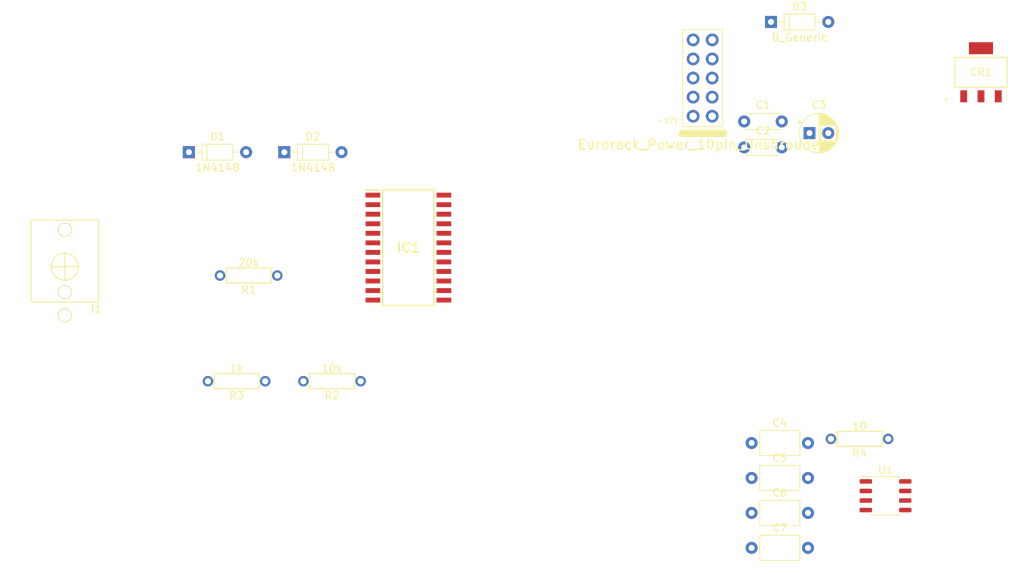
<source format=kicad_pcb>
(kicad_pcb (version 20221018) (generator pcbnew)
  (layers (0 "F.Cu" signal) (31 "B.Cu" signal) (34 "B.Paste" user) (35 "F.Paste" user) (36 "B.SilkS" user "B.Silkscreen") (37 "F.SilkS" user "F.Silkscreen") (38 "B.Mask" user) (39 "F.Mask" user) (44 "Edge.Cuts" user))
  (net 0 "")
  (net 1 "Net-(D1-K)")
  (net 2 "Net-(D2-A)")
  (net 3 "3v3")
  (net 4 "/Mux/Common I{slash}O")
  (net 5 "/Mux/i7")
  (net 6 "/Mux/i6")
  (net 7 "/Mux/i5")
  (net 8 "/Mux/i4")
  (net 9 "/Mux/i3")
  (net 10 "/Mux/i2")
  (net 11 "/Mux/i1")
  (net 12 "/Mux/i0")
  (net 13 "/Mux/S0")
  (net 14 "/Mux/S1")
  (net 15 "GND")
  (net 16 "/Mux/S3")
  (net 17 "/Mux/S2")
  (net 18 "/Mux/i15")
  (net 19 "/Mux/i14")
  (net 20 "/Mux/i13")
  (net 21 "/Mux/i12")
  (net 22 "/Mux/i11")
  (net 23 "/Mux/i10")
  (net 24 "/Mux/i9")
  (net 25 "/Mux/i8")
  (net 26 "/CV Input/CV values to Teensy")
  (net 27 "Net-(D1-A)")
  (net 28 "+12V")
  (net 29 "+5V")
  (net 30 "Net-(D3-A)")
  (net 31 "+3.3V")
  (net 32 "-12V")
  (net 38 "Net-(U1-VDD)")
  (net 39 "Net-(U1-RCH)")
  (net 40 "/PT8211 Audio DAC for Teensy/Right Audio")
  (net 41 "Net-(U1-LCH)")
  (net 42 "/PT8211 Audio DAC for Teensy/Left Audio")
  (net 43 "/PT8211 Audio DAC for Teensy/BLCK (pin 21)")
  (net 44 "/PT8211 Audio DAC for Teensy/WS (Pin 20)")
  (net 45 "/PT8211 Audio DAC for Teensy/DIN (Pin 7)")
  (footprint "PCM_4ms_Diode:D_DO-35_P7.62mm_Horizontal" (layer "F.Cu") (at 91.44 50.8)
    (fp_text reference "D2" (at 0 -2.06) (layer "F.SilkS") (effects (font (size 1.016 1.016) (thickness 0.1524))))
    (fp_text value "1N4148" (at 0 2.06) (layer "F.SilkS") (effects (font (size 1.016 1.016) (thickness 0.1524))))
    (fp_line (start -2.83 0) (end -2.06 0) (stroke (width 0.12)) (layer "F.SilkS"))
    (fp_line (start -2.06 -1.06) (end -2.06 1.06) (stroke (width 0.12)) (layer "F.SilkS"))
    (fp_line (start -2.06 1.06) (end 2.06 1.06) (stroke (width 0.12)) (layer "F.SilkS"))
    (fp_line (start -1.4 -1.06) (end -1.4 1.06) (stroke (width 0.12)) (layer "F.SilkS"))
    (fp_line (start 2.06 -1.06) (end -2.06 -1.06) (stroke (width 0.12)) (layer "F.SilkS"))
    (fp_line (start 2.06 1.06) (end 2.06 -1.06) (stroke (width 0.12)) (layer "F.SilkS"))
    (fp_line (start 2.83 0) (end 2.06 0) (stroke (width 0.12)) (layer "F.SilkS"))
    (pad "1" thru_hole rect (at -3.81 0) (size 1.6 1.6) (drill 0.8) (layers "*.Cu" "*.Mask") (net 3 "3v3"))
    (pad "2" thru_hole oval (at 3.81 0) (size 1.6 1.6) (drill 0.8) (layers "*.Cu" "*.Mask") (net 2 "Net-(D2-A)"))
  )
  (footprint "Capacitor_THT:C_Disc_D4.3mm_W1.9mm_P5.00mm" (layer "F.Cu") (at 148.830225 46.71)
    (fp_text reference "C1" (at 2.5 -2.2) (layer "F.SilkS"))
    (fp_text value "10uF")
    (fp_line (start 0.23 -1.07) (end 0.23 -1.055) (stroke (width 0.12)) (layer "F.SilkS"))
    (fp_line (start 0.23 -1.07) (end 4.77 -1.07) (stroke (width 0.12)) (layer "F.SilkS"))
    (fp_line (start 0.23 1.055) (end 0.23 1.07) (stroke (width 0.12)) (layer "F.SilkS"))
    (fp_line (start 0.23 1.07) (end 4.77 1.07) (stroke (width 0.12)) (layer "F.SilkS"))
    (fp_line (start 4.77 -1.07) (end 4.77 -1.055) (stroke (width 0.12)) (layer "F.SilkS"))
    (fp_line (start 4.77 1.055) (end 4.77 1.07) (stroke (width 0.12)) (layer "F.SilkS"))
    (pad "1" thru_hole circle (at 0 0) (size 1.6 1.6) (drill 0.8) (layers "*.Cu" "*.Mask") (net 28 "+12V"))
    (pad "2" thru_hole circle (at 5 0) (size 1.6 1.6) (drill 0.8) (layers "*.Cu" "*.Mask") (net 15 "GND"))
  )
  (footprint "Package_SO:SOP-8_3.9x4.9mm_P1.27mm" (layer "F.Cu") (at 167.64 96.52)
    (fp_text reference "U1" (at 0 -3.4) (layer "F.SilkS"))
    (fp_text value "PT8211")
    (fp_line (start 0 -2.56) (end -3.45 -2.56) (stroke (width 0.12)) (layer "F.SilkS"))
    (fp_line (start 0 -2.56) (end 1.95 -2.56) (stroke (width 0.12)) (layer "F.SilkS"))
    (fp_line (start 0 2.56) (end -1.95 2.56) (stroke (width 0.12)) (layer "F.SilkS"))
    (fp_line (start 0 2.56) (end 1.95 2.56) (stroke (width 0.12)) (layer "F.SilkS"))
    (pad "1" smd roundrect (at -2.625 -1.905) (size 1.65 0.6) (layers "F.Cu" "F.Paste" "F.Mask") (net 43 "/PT8211 Audio DAC for Teensy/BLCK (pin 21)"))
    (pad "2" smd roundrect (at -2.625 -0.635) (size 1.65 0.6) (layers "F.Cu" "F.Paste" "F.Mask") (net 44 "/PT8211 Audio DAC for Teensy/WS (Pin 20)"))
    (pad "3" smd roundrect (at -2.625 0.635) (size 1.65 0.6) (layers "F.Cu" "F.Paste" "F.Mask") (net 45 "/PT8211 Audio DAC for Teensy/DIN (Pin 7)"))
    (pad "4" smd roundrect (at -2.625 1.905) (size 1.65 0.6) (layers "F.Cu" "F.Paste" "F.Mask") (net 15 "GND"))
    (pad "5" smd roundrect (at 2.625 1.905) (size 1.65 0.6) (layers "F.Cu" "F.Paste" "F.Mask") (net 38 "Net-(U1-VDD)"))
    (pad "6" smd roundrect (at 2.625 0.635) (size 1.65 0.6) (layers "F.Cu" "F.Paste" "F.Mask") (net 41 "Net-(U1-LCH)"))
    (pad "7" smd roundrect (at 2.625 -0.635) (size 1.65 0.6) (layers "F.Cu" "F.Paste" "F.Mask"))
    (pad "8" smd roundrect (at 2.625 -1.905) (size 1.65 0.6) (layers "F.Cu" "F.Paste" "F.Mask") (net 39 "Net-(U1-RCH)"))
  )
  (footprint "PCM_4ms_Resistor:R_Axial_DIN0207_L6.3mm_D2.5mm_P7.62mm_Horizontal" (layer "F.Cu") (at 82.885 67.215)
    (fp_text reference "R1" (at 0 1.89) (layer "F.SilkS") (effects (font (size 1.016 1.016) (thickness 0.1524))))
    (fp_text value "20k" (at 0 -1.71) (layer "F.SilkS") (effects (font (size 1.016 1.016) (thickness 0.1524))))
    (fp_line (start -3 -1) (end -3 1) (stroke (width 0.15)) (layer "F.SilkS"))
    (fp_line (start -3 1) (end 3 1) (stroke (width 0.15)) (layer "F.SilkS"))
    (fp_line (start 3 -1) (end -3 -1) (stroke (width 0.15)) (layer "F.SilkS"))
    (fp_line (start 3 1) (end 3 -1) (stroke (width 0.15)) (layer "F.SilkS"))
    (pad "1" thru_hole circle (at -3.81 0) (size 1.397 1.397) (drill 0.8128) (layers "*.Cu" "*.Mask") (net 1 "Net-(D1-K)"))
    (pad "2" thru_hole circle (at 3.81 0) (size 1.397 1.397) (drill 0.8128) (layers "*.Cu" "*.Mask") (net 2 "Net-(D2-A)"))
  )
  (footprint "Capacitor_THT:C_Axial_L5.1mm_D3.1mm_P7.50mm_Horizontal" (layer "F.Cu") (at 149.82 98.805)
    (fp_text reference "C6" (at 3.75 -2.67) (layer "F.SilkS"))
    (fp_text value "47uF")
    (fp_line (start 1.04 0) (end 1.08 0) (stroke (width 0.12)) (layer "F.SilkS"))
    (fp_line (start 1.08 -1.67) (end 1.08 1.67) (stroke (width 0.12)) (layer "F.SilkS"))
    (fp_line (start 1.08 1.67) (end 6.42 1.67) (stroke (width 0.12)) (layer "F.SilkS"))
    (fp_line (start 6.42 -1.67) (end 1.08 -1.67) (stroke (width 0.12)) (layer "F.SilkS"))
    (fp_line (start 6.42 1.67) (end 6.42 -1.67) (stroke (width 0.12)) (layer "F.SilkS"))
    (fp_line (start 6.46 0) (end 6.42 0) (stroke (width 0.12)) (layer "F.SilkS"))
    (pad "1" thru_hole circle (at 0 0) (size 1.6 1.6) (drill 0.8) (layers "*.Cu" "*.Mask") (net 39 "Net-(U1-RCH)"))
    (pad "2" thru_hole oval (at 7.5 0) (size 1.6 1.6) (drill 0.8) (layers "*.Cu" "*.Mask") (net 40 "/PT8211 Audio DAC for Teensy/Right Audio"))
  )
  (footprint "Capacitor_THT:C_Axial_L5.1mm_D3.1mm_P7.50mm_Horizontal" (layer "F.Cu") (at 149.82 89.505)
    (fp_text reference "C4" (at 3.75 -2.67) (layer "F.SilkS"))
    (fp_text value "47uF")
    (fp_line (start 1.04 0) (end 1.08 0) (stroke (width 0.12)) (layer "F.SilkS"))
    (fp_line (start 1.08 -1.67) (end 1.08 1.67) (stroke (width 0.12)) (layer "F.SilkS"))
    (fp_line (start 1.08 1.67) (end 6.42 1.67) (stroke (width 0.12)) (layer "F.SilkS"))
    (fp_line (start 6.42 -1.67) (end 1.08 -1.67) (stroke (width 0.12)) (layer "F.SilkS"))
    (fp_line (start 6.42 1.67) (end 6.42 -1.67) (stroke (width 0.12)) (layer "F.SilkS"))
    (fp_line (start 6.46 0) (end 6.42 0) (stroke (width 0.12)) (layer "F.SilkS"))
    (pad "1" thru_hole circle (at 0 0) (size 1.6 1.6) (drill 0.8) (layers "*.Cu" "*.Mask") (net 38 "Net-(U1-VDD)"))
    (pad "2" thru_hole oval (at 7.5 0) (size 1.6 1.6) (drill 0.8) (layers "*.Cu" "*.Mask") (net 15 "GND"))
  )
  (footprint "PCM_4ms_Diode:D_DO-35_P7.62mm_Horizontal" (layer "F.Cu") (at 156.21 33.47)
    (fp_text reference "D3" (at 0 -2.06) (layer "F.SilkS") (effects (font (size 1.016 1.016) (thickness 0.1524))))
    (fp_text value "D_Generic" (at 0 2.06) (layer "F.SilkS") (effects (font (size 1.016 1.016) (thickness 0.1524))))
    (fp_line (start -2.83 0) (end -2.06 0) (stroke (width 0.12)) (layer "F.SilkS"))
    (fp_line (start -2.06 -1.06) (end -2.06 1.06) (stroke (width 0.12)) (layer "F.SilkS"))
    (fp_line (start -2.06 1.06) (end 2.06 1.06) (stroke (width 0.12)) (layer "F.SilkS"))
    (fp_line (start -1.4 -1.06) (end -1.4 1.06) (stroke (width 0.12)) (layer "F.SilkS"))
    (fp_line (start 2.06 -1.06) (end -2.06 -1.06) (stroke (width 0.12)) (layer "F.SilkS"))
    (fp_line (start 2.06 1.06) (end 2.06 -1.06) (stroke (width 0.12)) (layer "F.SilkS"))
    (fp_line (start 2.83 0) (end 2.06 0) (stroke (width 0.12)) (layer "F.SilkS"))
    (pad "1" thru_hole rect (at -3.81 0) (size 1.6 1.6) (drill 0.8) (layers "*.Cu" "*.Mask") (net 28 "+12V"))
    (pad "2" thru_hole oval (at 3.81 0) (size 1.6 1.6) (drill 0.8) (layers "*.Cu" "*.Mask") (net 30 "Net-(D3-A)"))
  )
  (footprint "PCM_4ms_Resistor:R_Axial_DIN0207_L6.3mm_D2.5mm_P7.62mm_Horizontal" (layer "F.Cu") (at 164.18 88.955)
    (fp_text reference "R4" (at 0 1.89) (layer "F.SilkS") (effects (font (size 1.016 1.016) (thickness 0.1524))))
    (fp_text value "10" (at 0 -1.71) (layer "F.SilkS") (effects (font (size 1.016 1.016) (thickness 0.1524))))
    (fp_line (start -3 -1) (end -3 1) (stroke (width 0.15)) (layer "F.SilkS"))
    (fp_line (start -3 1) (end 3 1) (stroke (width 0.15)) (layer "F.SilkS"))
    (fp_line (start 3 -1) (end -3 -1) (stroke (width 0.15)) (layer "F.SilkS"))
    (fp_line (start 3 1) (end 3 -1) (stroke (width 0.15)) (layer "F.SilkS"))
    (pad "1" thru_hole circle (at -3.81 0) (size 1.397 1.397) (drill 0.8128) (layers "*.Cu" "*.Mask") (net 31 "+3.3V"))
    (pad "2" thru_hole circle (at 3.81 0) (size 1.397 1.397) (drill 0.8128) (layers "*.Cu" "*.Mask") (net 38 "Net-(U1-VDD)"))
  )
  (footprint "PCM_4ms_Resistor:R_Axial_DIN0207_L6.3mm_D2.5mm_P7.62mm_Horizontal" (layer "F.Cu") (at 93.98 81.28)
    (fp_text reference "R2" (at 0 1.89) (layer "F.SilkS") (effects (font (size 1.016 1.016) (thickness 0.1524))))
    (fp_text value "10k" (at 0 -1.71) (layer "F.SilkS") (effects (font (size 1.016 1.016) (thickness 0.1524))))
    (fp_line (start -3 -1) (end -3 1) (stroke (width 0.15)) (layer "F.SilkS"))
    (fp_line (start -3 1) (end 3 1) (stroke (width 0.15)) (layer "F.SilkS"))
    (fp_line (start 3 -1) (end -3 -1) (stroke (width 0.15)) (layer "F.SilkS"))
    (fp_line (start 3 1) (end 3 -1) (stroke (width 0.15)) (layer "F.SilkS"))
    (pad "1" thru_hole circle (at -3.81 0) (size 1.397 1.397) (drill 0.8128) (layers "*.Cu" "*.Mask") (net 15 "GND"))
    (pad "2" thru_hole circle (at 3.81 0) (size 1.397 1.397) (drill 0.8128) (layers "*.Cu" "*.Mask") (net 2 "Net-(D2-A)"))
  )
  (footprint "Capacitor_THT:C_Disc_D4.3mm_W1.9mm_P5.00mm" (layer "F.Cu") (at 148.830225 50.16)
    (fp_text reference "C2" (at 2.5 -2.2) (layer "F.SilkS"))
    (fp_text value "10uF")
    (fp_line (start 0.23 -1.07) (end 0.23 -1.055) (stroke (width 0.12)) (layer "F.SilkS"))
    (fp_line (start 0.23 -1.07) (end 4.77 -1.07) (stroke (width 0.12)) (layer "F.SilkS"))
    (fp_line (start 0.23 1.055) (end 0.23 1.07) (stroke (width 0.12)) (layer "F.SilkS"))
    (fp_line (start 0.23 1.07) (end 4.77 1.07) (stroke (width 0.12)) (layer "F.SilkS"))
    (fp_line (start 4.77 -1.07) (end 4.77 -1.055) (stroke (width 0.12)) (layer "F.SilkS"))
    (fp_line (start 4.77 1.055) (end 4.77 1.07) (stroke (width 0.12)) (layer "F.SilkS"))
    (pad "1" thru_hole circle (at 0 0) (size 1.6 1.6) (drill 0.8) (layers "*.Cu" "*.Mask") (net 29 "+5V"))
    (pad "2" thru_hole circle (at 5 0) (size 1.6 1.6) (drill 0.8) (layers "*.Cu" "*.Mask") (net 15 "GND"))
  )
  (footprint "PCM_4ms_Resistor:R_Axial_DIN0207_L6.3mm_D2.5mm_P7.62mm_Horizontal" (layer "F.Cu") (at 81.28 81.28)
    (fp_text reference "R3" (at 0 1.89) (layer "F.SilkS") (effects (font (size 1.016 1.016) (thickness 0.1524))))
    (fp_text value "1k" (at 0 -1.71) (layer "F.SilkS") (effects (font (size 1.016 1.016) (thickness 0.1524))))
    (fp_line (start -3 -1) (end -3 1) (stroke (width 0.15)) (layer "F.SilkS"))
    (fp_line (start -3 1) (end 3 1) (stroke (width 0.15)) (layer "F.SilkS"))
    (fp_line (start 3 -1) (end -3 -1) (stroke (width 0.15)) (layer "F.SilkS"))
    (fp_line (start 3 1) (end 3 -1) (stroke (width 0.15)) (layer "F.SilkS"))
    (pad "1" thru_hole circle (at -3.81 0) (size 1.397 1.397) (drill 0.8128) (layers "*.Cu" "*.Mask") (net 2 "Net-(D2-A)"))
    (pad "2" thru_hole circle (at 3.81 0) (size 1.397 1.397) (drill 0.8128) (layers "*.Cu" "*.Mask") (net 26 "/CV Input/CV values to Teensy"))
  )
  (footprint "PCM_4ms_Connector:Pins_2x05_2.54mm_TH_Europower" (layer "F.Cu") (at 143.305225 40.935)
    (fp_text reference "J2" hide)
    (fp_text value "Eurorack_Power_10pin_Unshrouded" (at 0 8.85) (layer "F.SilkS") (effects (font (size 1.27 1.27) (thickness 0.2032))))
    (fp_text user "-12V" (at -4.648 5.67) (layer "F.SilkS") (effects (font (size 0.7 0.7) (thickness 0.1))))
    (fp_line (start -2.75 7.35) (end 2.79 7.35) (stroke (width 1)) (layer "F.SilkS"))
    (fp_line (start -2.66 -6.47) (end -2.66 6.47) (stroke (width 0.12)) (layer "F.SilkS"))
    (fp_line (start -2.66 6.47) (end 2.66 6.47) (stroke (width 0.12)) (layer "F.SilkS"))
    (fp_line (start 2.66 -6.47) (end -2.66 -6.47) (stroke (width 0.12)) (layer "F.SilkS"))
    (fp_line (start 2.66 6.47) (end 2.66 -6.47) (stroke (width 0.12)) (layer "F.SilkS"))
    (pad "1" thru_hole oval (at -1.27 -5.08) (size 1.7 1.7) (drill 1) (layers "*.Cu" "*.Mask"))
    (pad "2" thru_hole oval (at 1.27 -5.08) (size 1.7 1.7) (drill 1) (layers "*.Cu" "*.Mask") (net 30 "Net-(D3-A)"))
    (pad "3" thru_hole oval (at -1.27 -2.54) (size 1.7 1.7) (drill 1) (layers "*.Cu" "*.Mask") (net 15 "GND"))
    (pad "4" thru_hole oval (at 1.27 -2.54) (size 1.7 1.7) (drill 1) (layers "*.Cu" "*.Mask"))
    (pad "5" thru_hole oval (at -1.27 0) (size 1.7 1.7) (drill 1) (layers "*.Cu" "*.Mask") (net 15 "GND"))
    (pad "6" thru_hole oval (at 1.27 0) (size 1.7 1.7) (drill 1) (layers "*.Cu" "*.Mask"))
    (pad "7" thru_hole oval (at -1.27 2.54) (size 1.7 1.7) (drill 1) (layers "*.Cu" "*.Mask") (net 15 "GND"))
    (pad "8" thru_hole oval (at 1.27 2.54) (size 1.7 1.7) (drill 1) (layers "*.Cu" "*.Mask"))
    (pad "9" thru_hole oval (at -1.27 5.08) (size 1.7 1.7) (drill 1) (layers "*.Cu" "*.Mask"))
    (pad "10" thru_hole oval (at 1.27 5.08) (size 1.7 1.7) (drill 1) (layers "*.Cu" "*.Mask") (net 32 "-12V"))
  )
  (footprint "Capacitor_THT:C_Axial_L5.1mm_D3.1mm_P7.50mm_Horizontal" (layer "F.Cu") (at 149.82 103.455)
    (fp_text reference "C7" (at 3.75 -2.67) (layer "F.SilkS"))
    (fp_text value "47uF")
    (fp_line (start 1.04 0) (end 1.08 0) (stroke (width 0.12)) (layer "F.SilkS"))
    (fp_line (start 1.08 -1.67) (end 1.08 1.67) (stroke (width 0.12)) (layer "F.SilkS"))
    (fp_line (start 1.08 1.67) (end 6.42 1.67) (stroke (width 0.12)) (layer "F.SilkS"))
    (fp_line (start 6.42 -1.67) (end 1.08 -1.67) (stroke (width 0.12)) (layer "F.SilkS"))
    (fp_line (start 6.42 1.67) (end 6.42 -1.67) (stroke (width 0.12)) (layer "F.SilkS"))
    (fp_line (start 6.46 0) (end 6.42 0) (stroke (width 0.12)) (layer "F.SilkS"))
    (pad "1" thru_hole circle (at 0 0) (size 1.6 1.6) (drill 0.8) (layers "*.Cu" "*.Mask") (net 41 "Net-(U1-LCH)"))
    (pad "2" thru_hole oval (at 7.5 0) (size 1.6 1.6) (drill 0.8) (layers "*.Cu" "*.Mask") (net 42 "/PT8211 Audio DAC for Teensy/Left Audio"))
  )
  (footprint "CD74HCT4067M MUX:SOIC127P1030X265-24N" (layer "F.Cu") (at 104.14 63.5)
    (fp_text reference "IC1" (at 0 0) (layer "F.SilkS") (effects (font (size 1.27 1.27) (thickness 0.254))))
    (fp_text value "CD74HCT4067M" hide)
    (fp_line (start -5.7 -7.66) (end -3.75 -7.66) (stroke (width 0.2)) (layer "F.SilkS"))
    (fp_line (start -3.4 -7.7) (end 3.4 -7.7) (stroke (width 0.2)) (layer "F.SilkS"))
    (fp_line (start -3.4 7.7) (end -3.4 -7.7) (stroke (width 0.2)) (layer "F.SilkS"))
    (fp_line (start 3.4 -7.7) (end 3.4 7.7) (stroke (width 0.2)) (layer "F.SilkS"))
    (fp_line (start 3.4 7.7) (end -3.4 7.7) (stroke (width 0.2)) (layer "F.SilkS"))
    (pad "1" smd rect (at -4.725 -6.985 90) (size 0.65 1.95) (layers "F.Cu" "F.Paste" "F.Mask") (net 4 "/Mux/Common I{slash}O"))
    (pad "2" smd rect (at -4.725 -5.715 90) (size 0.65 1.95) (layers "F.Cu" "F.Paste" "F.Mask") (net 5 "/Mux/i7"))
    (pad "3" smd rect (at -4.725 -4.445 90) (size 0.65 1.95) (layers "F.Cu" "F.Paste" "F.Mask") (net 6 "/Mux/i6"))
    (pad "4" smd rect (at -4.725 -3.175 90) (size 0.65 1.95) (layers "F.Cu" "F.Paste" "F.Mask") (net 7 "/Mux/i5"))
    (pad "5" smd rect (at -4.725 -1.905 90) (size 0.65 1.95) (layers "F.Cu" "F.Paste" "F.Mask") (net 8 "/Mux/i4"))
    (pad "6" smd rect (at -4.725 -0.635 90) (size 0.65 1.95) (layers "F.Cu" "F.Paste" "F.Mask") (net 9 "/Mux/i3"))
    (pad "7" smd rect (at -4.725 0.635 90) (size 0.65 1.95) (layers "F.Cu" "F.Paste" "F.Mask") (net 10 "/Mux/i2"))
    (pad "8" smd rect (at -4.725 1.905 90) (size 0.65 1.95) (layers "F.Cu" "F.Paste" "F.Mask") (net 11 "/Mux/i1"))
    (pad "9" smd rect (at -4.725 3.175 90) (size 0.65 1.95) (layers "F.Cu" "F.Paste" "F.Mask") (net 12 "/Mux/i0"))
    (pad "10" smd rect (at -4.725 4.445 90) (size 0.65 1.95) (layers "F.Cu" "F.Paste" "F.Mask") (net 13 "/Mux/S0"))
    (pad "11" smd rect (at -4.725 5.715 90) (size 0.65 1.95) (layers "F.Cu" "F.Paste" "F.Mask") (net 14 "/Mux/S1"))
    (pad "12" smd rect (at -4.725 6.985 90) (size 0.65 1.95) (layers "F.Cu" "F.Paste" "F.Mask") (net 15 "GND"))
    (pad "13" smd rect (at 4.725 6.985 90) (size 0.65 1.95) (layers "F.Cu" "F.Paste" "F.Mask") (net 16 "/Mux/S3"))
    (pad "14" smd rect (at 4.725 5.715 90) (size 0.65 1.95) (layers "F.Cu" "F.Paste" "F.Mask") (net 17 "/Mux/S2"))
    (pad "15" smd rect (at 4.725 4.445 90) (size 0.65 1.95) (layers "F.Cu" "F.Paste" "F.Mask") (net 15 "GND"))
    (pad "16" smd rect (at 4.725 3.175 90) (size 0.65 1.95) (layers "F.Cu" "F.Paste" "F.Mask") (net 18 "/Mux/i15"))
    (pad "17" smd rect (at 4.725 1.905 90) (size 0.65 1.95) (layers "F.Cu" "F.Paste" "F.Mask") (net 19 "/Mux/i14"))
    (pad "18" smd rect (at 4.725 0.635 90) (size 0.65 1.95) (layers "F.Cu" "F.Paste" "F.Mask") (net 20 "/Mux/i13"))
    (pad "19" smd rect (at 4.725 -0.635 90) (size 0.65 1.95) (layers "F.Cu" "F.Paste" "F.Mask") (net 21 "/Mux/i12"))
    (pad "20" smd rect (at 4.725 -1.905 90) (size 0.65 1.95) (layers "F.Cu" "F.Paste" "F.Mask") (net 22 "/Mux/i11"))
    (pad "21" smd rect (at 4.725 -3.175 90) (size 0.65 1.95) (layers "F.Cu" "F.Paste" "F.Mask") (net 23 "/Mux/i10"))
    (pad "22" smd rect (at 4.725 -4.445 90) (size 0.65 1.95) (layers "F.Cu" "F.Paste" "F.Mask") (net 24 "/Mux/i9"))
    (pad "23" smd rect (at 4.725 -5.715 90) (size 0.65 1.95) (layers "F.Cu" "F.Paste" "F.Mask") (net 25 "/Mux/i8"))
    (pad "24" smd rect (at 4.725 -6.985 90) (size 0.65 1.95) (layers "F.Cu" "F.Paste" "F.Mask") (net 31 "+3.3V"))
  )
  (footprint "Capacitor_THT:CP_Radial_D5.0mm_P2.50mm" (layer "F.Cu") (at 157.52 48.26)
    (fp_text reference "C3" (at 1.25 -3.75) (layer "F.SilkS"))
    (fp_text value "22uF")
    (fp_line (start -1.554775 -1.475) (end -1.054775 -1.475) (stroke (width 0.12)) (layer "F.SilkS"))
    (fp_line (start -1.304775 -1.725) (end -1.304775 -1.225) (stroke (width 0.12)) (layer "F.SilkS"))
    (fp_line (start 1.25 -2.58) (end 1.25 2.58) (stroke (width 0.12)) (layer "F.SilkS"))
    (fp_line (start 1.29 -2.58) (end 1.29 2.58) (stroke (width 0.12)) (layer "F.SilkS"))
    (fp_line (start 1.33 -2.579) (end 1.33 2.579) (stroke (width 0.12)) (layer "F.SilkS"))
    (fp_line (start 1.37 -2.578) (end 1.37 2.578) (stroke (width 0.12)) (layer "F.SilkS"))
    (fp_line (start 1.41 -2.576) (end 1.41 2.576) (stroke (width 0.12)) (layer "F.SilkS"))
    (fp_line (start 1.45 -2.573) (end 1.45 2.573) (stroke (width 0.12)) (layer "F.SilkS"))
    (fp_line (start 1.49 -2.569) (end 1.49 -1.04) (stroke (width 0.12)) (layer "F.SilkS"))
    (fp_line (start 1.49 1.04) (end 1.49 2.569) (stroke (width 0.12)) (layer "F.SilkS"))
    (fp_line (start 1.53 -2.565) (end 1.53 -1.04) (stroke (width 0.12)) (layer "F.SilkS"))
    (fp_line (start 1.53 1.04) (end 1.53 2.565) (stroke (width 0.12)) (layer "F.SilkS"))
    (fp_line (start 1.57 -2.561) (end 1.57 -1.04) (stroke (width 0.12)) (layer "F.SilkS"))
    (fp_line (start 1.57 1.04) (end 1.57 2.561) (stroke (width 0.12)) (layer "F.SilkS"))
    (fp_line (start 1.61 -2.556) (end 1.61 -1.04) (stroke (width 0.12)) (layer "F.SilkS"))
    (fp_line (start 1.61 1.04) (end 1.61 2.556) (stroke (width 0.12)) (layer "F.SilkS"))
    (fp_line (start 1.65 -2.55) (end 1.65 -1.04) (stroke (width 0.12)) (layer "F.SilkS"))
    (fp_line (start 1.65 1.04) (end 1.65 2.55) (stroke (width 0.12)) (layer "F.SilkS"))
    (fp_line (start 1.69 -2.543) (end 1.69 -1.04) (stroke (width 0.12)) (layer "F.SilkS"))
    (fp_line (start 1.69 1.04) (end 1.69 2.543) (stroke (width 0.12)) (layer "F.SilkS"))
    (fp_line (start 1.73 -2.536) (end 1.73 -1.04) (stroke (width 0.12)) (layer "F.SilkS"))
    (fp_line (start 1.73 1.04) (end 1.73 2.536) (stroke (width 0.12)) (layer "F.SilkS"))
    (fp_line (start 1.77 -2.528) (end 1.77 -1.04) (stroke (width 0.12)) (layer "F.SilkS"))
    (fp_line (start 1.77 1.04) (end 1.77 2.528) (stroke (width 0.12)) (layer "F.SilkS"))
    (fp_line (start 1.81 -2.52) (end 1.81 -1.04) (stroke (width 0.12)) (layer "F.SilkS"))
    (fp_line (start 1.81 1.04) (end 1.81 2.52) (stroke (width 0.12)) (layer "F.SilkS"))
    (fp_line (start 1.85 -2.511) (end 1.85 -1.04) (stroke (width 0.12)) (layer "F.SilkS"))
    (fp_line (start 1.85 1.04) (end 1.85 2.511) (stroke (width 0.12)) (layer "F.SilkS"))
    (fp_line (start 1.89 -2.501) (end 1.89 -1.04) (stroke (width 0.12)) (layer "F.SilkS"))
    (fp_line (start 1.89 1.04) (end 1.89 2.501) (stroke (width 0.12)) (layer "F.SilkS"))
    (fp_line (start 1.93 -2.491) (end 1.93 -1.04) (stroke (width 0.12)) (layer "F.SilkS"))
    (fp_line (start 1.93 1.04) (end 1.93 2.491) (stroke (width 0.12)) (layer "F.SilkS"))
    (fp_line (start 1.971 -2.48) (end 1.971 -1.04) (stroke (width 0.12)) (layer "F.SilkS"))
    (fp_line (start 1.971 1.04) (end 1.971 2.48) (stroke (width 0.12)) (layer "F.SilkS"))
    (fp_line (start 2.011 -2.468) (end 2.011 -1.04) (stroke (width 0.12)) (layer "F.SilkS"))
    (fp_line (start 2.011 1.04) (end 2.011 2.468) (stroke (width 0.12)) (layer "F.SilkS"))
    (fp_line (start 2.051 -2.455) (end 2.051 -1.04) (stroke (width 0.12)) (layer "F.SilkS"))
    (fp_line (start 2.051 1.04) (end 2.051 2.455) (stroke (width 0.12)) (layer "F.SilkS"))
    (fp_line (start 2.091 -2.442) (end 2.091 -1.04) (stroke (width 0.12)) (layer "F.SilkS"))
    (fp_line (start 2.091 1.04) (end 2.091 2.442) (stroke (width 0.12)) (layer "F.SilkS"))
    (fp_line (start 2.131 -2.428) (end 2.131 -1.04) (stroke (width 0.12)) (layer "F.SilkS"))
    (fp_line (start 2.131 1.04) (end 2.131 2.428) (stroke (width 0.12)) (layer "F.SilkS"))
    (fp_line (start 2.171 -2.414) (end 2.171 -1.04) (stroke (width 0.12)) (layer "F.SilkS"))
    (fp_line (start 2.171 1.04) (end 2.171 2.414) (stroke (width 0.12)) (layer "F.SilkS"))
    (fp_line (start 2.211 -2.398) (end 2.211 -1.04) (stroke (width 0.12)) (layer "F.SilkS"))
    (fp_line (start 2.211 1.04) (end 2.211 2.398) (stroke (width 0.12)) (layer "F.SilkS"))
    (fp_line (start 2.251 -2.382) (end 2.251 -1.04) (stroke (width 0.12)) (layer "F.SilkS"))
    (fp_line (start 2.251 1.04) (end 2.251 2.382) (stroke (width 0.12)) (layer "F.SilkS"))
    (fp_line (start 2.291 -2.365) (end 2.291 -1.04) (stroke (width 0.12)) (layer "F.SilkS"))
    (fp_line (start 2.291 1.04) (end 2.291 2.365) (stroke (width 0.12)) (layer "F.SilkS"))
    (fp_line (start 2.331 -2.348) (end 2.331 -1.04) (stroke (width 0.12)) (layer "F.SilkS"))
    (fp_line (start 2.331 1.04) (end 2.331 2.348) (stroke (width 0.12)) (layer "F.SilkS"))
    (fp_line (start 2.371 -2.329) (end 2.371 -1.04) (stroke (width 0.12)) (layer "F.SilkS"))
    (fp_line (start 2.371 1.04) (end 2.371 2.329) (stroke (width 0.12)) (layer "F.SilkS"))
    (fp_line (start 2.411 -2.31) (end 2.411 -1.04) (stroke (width 0.12)) (layer "F.SilkS"))
    (fp_line (start 2.411 1.04) (end 2.411 2.31) (stroke (width 0.12)) (layer "F.SilkS"))
    (fp_line (start 2.451 -2.29) (end 2.451 -1.04) (stroke (width 0.12)) (layer "F.SilkS"))
    (fp_line (start 2.451 1.04) (end 2.451 2.29) (stroke (width 0.12)) (layer "F.SilkS"))
    (fp_line (start 2.491 -2.268) (end 2.491 -1.04) (stroke (width 0.12)) (layer "F.SilkS"))
    (fp_line (start 2.491 1.04) (end 2.491 2.268) (stroke (width 0.12)) (layer "F.SilkS"))
    (fp_line (start 2.531 -2.247) (end 2.531 -1.04) (stroke (width 0.12)) (layer "F.SilkS"))
    (fp_line (start 2.531 1.04) (end 2.531 2.247) (stroke (width 0.12)) (layer "F.SilkS"))
    (fp_line (start 2.571 -2.224) (end 2.571 -1.04) (stroke (width 0.12)) (layer "F.SilkS"))
    (fp_line (start 2.571 1.04) (end 2.571 2.224) (stroke (width 0.12)) (layer "F.SilkS"))
    (fp_line (start 2.611 -2.2) (end 2.611 -1.04) (stroke (width 0.12)) (layer "F.SilkS"))
    (fp_line (start 2.611 1.04) (end 2.611 2.2) (stroke (width 0.12)) (layer "F.SilkS"))
    (fp_line (start 2.651 -2.175) (end 2.651 -1.04) (stroke (width 0.12)) (layer "F.SilkS"))
    (fp_line (start 2.651 1.04) (end 2.651 2.175) (stroke (width 0.12)) (layer "F.SilkS"))
    (fp_line (start 2.691 -2.149) (end 2.691 -1.04) (stroke (width 0.12)) (layer "F.SilkS"))
    (fp_line (start 2.691 1.04) (end 2.691 2.149) (stroke (width 0.12)) (layer "F.SilkS"))
    (fp_line (start 2.731 -2.122) (end 2.731 -1.04) (stroke (width 0.12)) (layer "F.SilkS"))
    (fp_line (start 2.731 1.04) (end 2.731 2.122) (stroke (width 0.12)) (layer "F.SilkS"))
    (fp_line (start 2.771 -2.095) (end 2.771 -1.04) (stroke (width 0.12)) (layer "F.SilkS"))
    (fp_line (start 2.771 1.04) (end 2.771 2.095) (stroke (width 0.12)) (layer "F.SilkS"))
    (fp_line (start 2.811 -2.065) (end 2.811 -1.04) (stroke (width 0.12)) (layer "F.SilkS"))
    (fp_line (start 2.811 1.04) (end 2.811 2.065) (stroke (width 0.12)) (layer "F.SilkS"))
    (fp_line (start 2.851 -2.035) (end 2.851 -1.04) (stroke (width 0.12)) (layer "F.SilkS"))
    (fp_line (start 2.851 1.04) (end 2.851 2.035) (stroke (width 0.12)) (layer "F.SilkS"))
    (fp_line (start 2.891 -2.004) (end 2.891 -1.04) (stroke (width 0.12)) (layer "F.SilkS"))
    (fp_line (start 2.891 1.04) (end 2.891 2.004) (stroke (width 0.12)) (layer "F.SilkS"))
    (fp_line (start 2.931 -1.971) (end 2.931 -1.04) (stroke (width 0.12)) (layer "F.SilkS"))
    (fp_line (start 2.931 1.04) (end 2.931 1.971) (stroke (width 0.12)) (layer "F.SilkS"))
    (fp_line (start 2.971 -1.937) (end 2.971 -1.04) (stroke (width 0.12)) (layer "F.SilkS"))
    (fp_line (start 2.971 1.04) (end 2.971 1.937) (stroke (width 0.12)) (layer "F.SilkS"))
    (fp_line (start 3.011 -1.901) (end 3.011 -1.04) (stroke (width 0.12)) (layer "F.SilkS"))
    (fp_line (start 3.011 1.04) (end 3.011 1.901) (stroke (width 0.12)) (layer "F.SilkS"))
    (fp_line (start 3.051 -1.864) (end 3.051 -1.04) (stroke (width 0.12)) (layer "F.SilkS"))
    (fp_line (start 3.051 1.04) (end 3.051 1.864) (stroke (width 0.12)) (layer "F.SilkS"))
    (fp_line (start 3.091 -1.826) (end 3.091 -1.04) (stroke (width 0.12)) (layer "F.SilkS"))
    (fp_line (start 3.091 1.04) (end 3.091 1.826) (stroke (width 0.12)) (layer "F.SilkS"))
    (fp_line (start 3.131 -1.785) (end 3.131 -1.04) (stroke (width 0.12)) (layer "F.SilkS"))
    (fp_line (start 3.131 1.04) (end 3.131 1.785) (stroke (width 0.12)) (layer "F.SilkS"))
    (fp_line (start 3.171 -1.743) (end 3.171 -1.04) (stroke (width 0.12)) (layer "F.SilkS"))
    (fp_line (start 3.171 1.04) (end 3.171 1.743) (stroke (width 0.12)) (layer "F.SilkS"))
    (fp_line (start 3.211 -1.699) (end 3.211 -1.04) (stroke (width 0.12)) (layer "F.SilkS"))
    (fp_line (start 3.211 1.04) (end 3.211 1.699) (stroke (width 0.12)) (layer "F.SilkS"))
    (fp_line (start 3.251 -1.653) (end 3.251 -1.04) (stroke (width 0.12)) (layer "F.SilkS"))
    (fp_line (start 3.251 1.04) (end 3.251 1.653) (stroke (width 0.12)) (layer "F.SilkS"))
    (fp_line (start 3.291 -1.605) (end 3.291 -1.04) (stroke (width 0.12)) (layer "F.SilkS"))
    (fp_line (start 3.291 1.04) (end 3.291 1.605) (stroke (width 0.12)) (layer "F.SilkS"))
    (fp_line (start 3.331 -1.554) (end 3.331 -1.04) (stroke (width 0.12)) (layer "F.SilkS"))
    (fp_line (start 3.331 1.04) (end 3.331 1.554) (stroke (width 0.12)) (layer "F.SilkS"))
    (fp_line (start 3.371 -1.5) (end 3.371 -1.04) (stroke (width 0.12)) (layer "F.SilkS"))
    (fp_line (start 3.371 1.04) (end 3.371 1.5) (stroke (width 0.12)) (layer "F.SilkS"))
    (fp_line (start 3.411 -1.443) (end 3.411 -1.04) (stroke (width 0.12)) (layer "F.SilkS"))
    (fp_line (start 3.411 1.04) (end 3.411 1.443) (stroke (width 0.12)) (layer "F.SilkS"))
    (fp_line (start 3.451 -1.383) (end 3.451 -1.04) (stroke (width 0.12)) (layer "F.SilkS"))
    (fp_line (start 3.451 1.04) (end 3.451 1.383) (stroke (width 0.12)) (layer "F.SilkS"))
    (fp_line (start 3.491 -1.319) (end 3.491 -1.04) (stroke (width 0.12)) (layer "F.SilkS"))
    (fp_line (start 3.491 1.04) (end 3.491 1.319) (stroke (width 0.12)) (layer "F.SilkS"))
    (fp_line (start 3.531 -1.251) (end 3.531 -1.04) (stroke (width 0.12)) (layer "F.SilkS"))
    (fp_line (start 3.531 1.04) (end 3.531 1.251) (stroke (width 0.12)) (layer "F.SilkS"))
    (fp_line (start 3.571 -1.178) (end 3.571 1.178) (stroke (width 0.12)) (layer "F.SilkS"))
    (fp_line (start 3.611 -1.098) (end 3.611 1.098) (stroke (width 0.12)) (layer "F.SilkS"))
    (fp_line (start 3.651 -1.011) (end 3.651 1.011) (stroke (width 0.12)) (layer "F.SilkS"))
    (fp_line (start 3.691 -0.915) (end 3.691 0.915) (stroke (width 0.12)) (layer "F.SilkS"))
    (fp_line (start 3.731 -0.805) (end 3.731 0.805) (stroke (width 0.12)) (layer "F.SilkS"))
    (fp_line (start 3.771 -0.677) (end 3.771 0.677) (stroke (width 0.12)) (layer "F.SilkS"))
    (fp_line (start 3.811 -0.518) (end 3.811 0.518) (stroke (width 0.12)) (layer "F.SilkS"))
    (fp_line (start 3.851 -0.284) (end 3.851 0.284) (stroke (width 0.12)) (layer "F.SilkS"))
    (fp_circle (center 1.25 0) (end 3.87 0) (stroke (width 0.12)) (fill none) (layer "F.SilkS"))
    (pad "1" thru_hole rect (at 0 0) (size 1.6 1.6) (drill 0.8) (layers "*.Cu" "*.Mask") (net 28 "+12V"))
    (pad "2" thru_hole circle (at 2.5 0) (size 1.6 1.6) (drill 0.8) (layers "*.Cu" "*.Mask") (net 15 "GND"))
  )
  (footprint "Capacitor_THT:C_Axial_L5.1mm_D3.1mm_P7.50mm_Horizontal" (layer "F.Cu") (at 149.82 94.155)
    (fp_text reference "C5" (at 3.75 -2.67) (layer "F.SilkS"))
    (fp_text value "0.1uF")
    (fp_line (start 1.04 0) (end 1.08 0) (stroke (width 0.12)) (layer "F.SilkS"))
    (fp_line (start 1.08 -1.67) (end 1.08 1.67) (stroke (width 0.12)) (layer "F.SilkS"))
    (fp_line (start 1.08 1.67) (end 6.42 1.67) (stroke (width 0.12)) (layer "F.SilkS"))
    (fp_line (start 6.42 -1.67) (end 1.08 -1.67) (stroke (width 0.12)) (layer "F.SilkS"))
    (fp_line (start 6.42 1.67) (end 6.42 -1.67) (stroke (width 0.12)) (layer "F.SilkS"))
    (fp_line (start 6.46 0) (end 6.42 0) (stroke (width 0.12)) (layer "F.SilkS"))
    (pad "1" thru_hole circle (at 0 0) (size 1.6 1.6) (drill 0.8) (layers "*.Cu" "*.Mask") (net 38 "Net-(U1-VDD)"))
    (pad "2" thru_hole oval (at 7.5 0) (size 1.6 1.6) (drill 0.8) (layers "*.Cu" "*.Mask") (net 15 "GND"))
  )
  (footprint "LD1117S50CTR SOT 223 Eurorack power:SOT-223_STM" (layer "F.Cu") (at 180.34 40.1611)
    (fp_text reference "CR1" (at 0 0 unlocked) (layer "F.SilkS"))
    (fp_text value "LD1117S50CTR")
    (fp_poly (pts (xy 1.6002 -4.0005) (xy -1.6002 -4.0005) (xy -1.6002 -2.4003) (xy 1.6002 -2.4003)) (fill solid) (layer "F.Cu"))
    (fp_line (start -3.4798 -1.9812) (end -3.4798 1.9812) (stroke (width 0.1524)) (layer "F.SilkS"))
    (fp_line (start -3.4798 1.9812) (end 3.4798 1.9812) (stroke (width 0.1524)) (layer "F.SilkS"))
    (fp_line (start 3.4798 -1.9812) (end -3.4798 -1.9812) (stroke (width 0.1524)) (layer "F.SilkS"))
    (fp_line (start 3.4798 1.9812) (end 3.4798 -1.9812) (stroke (width 0.1524)) (layer "F.SilkS"))
    (fp_circle (center -4.6228 3.6449) (end -4.4958 3.6449) (stroke (width 0.1524)) (fill none) (layer "F.SilkS"))
    (pad "1" smd rect (at -2.3 3.2004) (size 0.9144 1.6002) (layers "F.Cu" "F.Paste" "F.Mask") (net 15 "GND"))
    (pad "2" smd rect (at 0 3.2004) (size 0.9144 1.6002) (layers "F.Cu" "F.Paste" "F.Mask") (net 29 "+5V"))
    (pad "3" smd rect (at 2.3 3.2004) (size 0.9144 1.6002) (layers "F.Cu" "F.Paste" "F.Mask") (net 28 "+12V"))
  )
  (footprint "PCM_4ms_Diode:D_DO-35_P7.62mm_Horizontal" (layer "F.Cu") (at 78.74 50.8)
    (fp_text reference "D1" (at 0 -2.06) (layer "F.SilkS") (effects (font (size 1.016 1.016) (thickness 0.1524))))
    (fp_text value "1N4148" (at 0 2.06) (layer "F.SilkS") (effects (font (size 1.016 1.016) (thickness 0.1524))))
    (fp_line (start -2.83 0) (end -2.06 0) (stroke (width 0.12)) (layer "F.SilkS"))
    (fp_line (start -2.06 -1.06) (end -2.06 1.06) (stroke (width 0.12)) (layer "F.SilkS"))
    (fp_line (start -2.06 1.06) (end 2.06 1.06) (stroke (width 0.12)) (layer "F.SilkS"))
    (fp_line (start -1.4 -1.06) (end -1.4 1.06) (stroke (width 0.12)) (layer "F.SilkS"))
    (fp_line (start 2.06 -1.06) (end -2.06 -1.06) (stroke (width 0.12)) (layer "F.SilkS"))
    (fp_line (start 2.06 1.06) (end 2.06 -1.06) (stroke (width 0.12)) (layer "F.SilkS"))
    (fp_line (start 2.83 0) (end 2.06 0) (stroke (width 0.12)) (layer "F.SilkS"))
    (pad "1" thru_hole rect (at -3.81 0) (size 1.6 1.6) (drill 0.8) (layers "*.Cu" "*.Mask") (net 1 "Net-(D1-K)"))
    (pad "2" thru_hole oval (at 3.81 0) (size 1.6 1.6) (drill 0.8) (layers "*.Cu" "*.Mask") (net 27 "Net-(D1-A)"))
  )
  (footprint "Thonkiconn:PJ301M-12" (layer "F.Cu") (at 58.42 66.04)
    (fp_text reference "J1" (at 4.064 5.588) (layer "F.SilkS"))
    (fp_text value "3.5mm_Mono_Switched")
    (fp_line (start -4.5 -6.2) (end -4.5 4.7) (stroke (width 0.15)) (layer "F.SilkS"))
    (fp_line (start -4.5 -6.2) (end 4.5 -6.2) (stroke (width 0.15)) (layer "F.SilkS"))
    (fp_line (start -4.5 4.7) (end 4.5 4.7) (stroke (width 0.15)) (layer "F.SilkS"))
    (fp_line (start -1.8 0) (end 1.8 0) (stroke (width 0.15)) (layer "F.SilkS"))
    (fp_line (start 0 -1.8) (end 0 1.8) (stroke (width 0.15)) (layer "F.SilkS"))
    (fp_line (start 4.5 -6.2) (end 4.5 4.7) (stroke (width 0.15)) (layer "F.SilkS"))
    (fp_circle (center 0 0) (end 1.8 0) (stroke (width 0.15)) (fill none) (layer "F.SilkS"))
    (pad "1" thru_hole circle (at 0 6.48) (size 1.8 1.8) (drill 1.6) (layers "*.Cu" "*.Mask" "F.SilkS") (net 15 "GND"))
    (pad "2" thru_hole circle (at 0 3.38) (size 1.8 1.8) (drill 1.6) (layers "*.Cu" "*.Mask" "F.SilkS") (net 15 "GND"))
    (pad "3" thru_hole circle (at 0 -4.92) (size 1.8 1.8) (drill 1.6) (layers "*.Cu" "*.Mask" "F.SilkS") (net 27 "Net-(D1-A)"))
  )
)
</source>
